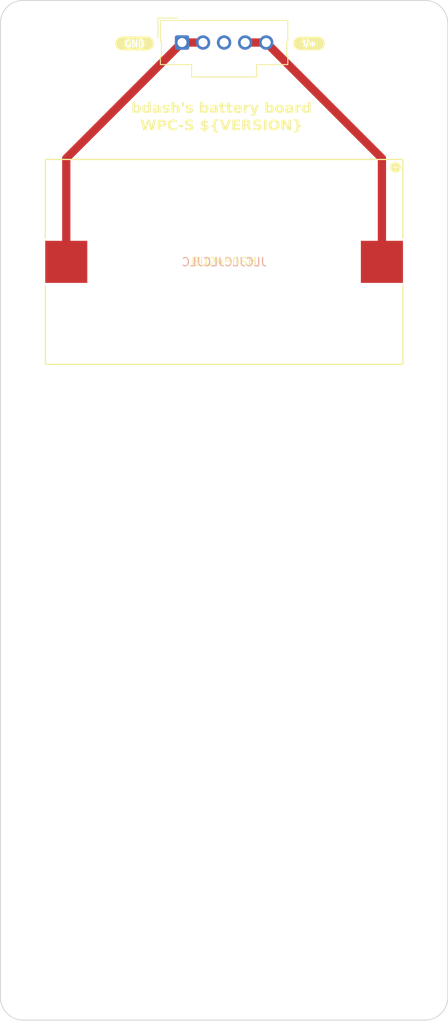
<source format=kicad_pcb>
(kicad_pcb (version 20221018) (generator pcbnew)
  (layers (0 "F.Cu" signal) (31 "B.Cu" signal) (34 "B.Paste" user) (35 "F.Paste" user) (36 "B.SilkS" user "B.Silkscreen") (37 "F.SilkS" user "F.Silkscreen") (38 "B.Mask" user) (39 "F.Mask" user) (44 "Edge.Cuts" user))
  (net 0 "")
  (net 2 "/V+")
  (net 3 "/GND")
  (footprint "MountingHole_bdash:MountingHole_4.8mm" (layer "F.Cu") (at 96.5 44.58)
    (fp_text reference "H101" hide)
    (fp_text value "MountingHole" hide)
    (pad "" np_thru_hole circle (at 0 0) (size 4.8 4.8) (drill 4.8) (layers "F&B.Cu" "*.Mask"))
  )
  (footprint "Battery_bdash:BU2450SM-JJ-GTR_MPD" (layer "F.Cu") (at 118.35 70.97 180)
    (fp_text reference "BT101" hide)
    (fp_text value "BU2450SM" (at 0 0.0049 unlocked) (layer "F.SilkS"))
    (fp_line (start -21.5773 -12.3571) (end -21.5773 -2.86784) (stroke (width 0.1524)) (layer "F.SilkS"))
    (fp_line (start -21.5773 2.87764) (end -21.5773 12.3571) (stroke (width 0.1524)) (layer "F.SilkS"))
    (fp_line (start -21.5773 12.3571) (end 21.5773 12.3571) (stroke (width 0.1524)) (layer "F.SilkS"))
    (fp_line (start 21.5773 -12.3571) (end -21.5773 -12.3571) (stroke (width 0.1524)) (layer "F.SilkS"))
    (fp_line (start 21.5773 -2.86784) (end 21.5773 -12.3571) (stroke (width 0.1524)) (layer "F.SilkS"))
    (fp_line (start 21.5773 12.3571) (end 21.5773 2.87764) (stroke (width 0.1524)) (layer "F.SilkS"))
    (fp_circle (center -20.68 11.39) (end -20.299 11.39) (stroke (width 0.508)) (fill none) (layer "F.SilkS"))
    (pad "1" smd rect (at -19.05 0.0049 180) (size 5.08 5.08) (layers "F.Cu" "F.Paste" "F.Mask") (net 2 "/V+"))
    (pad "2" smd rect (at 19.05 0.0049 180) (size 5.08 5.08) (layers "F.Cu" "F.Paste" "F.Mask") (net 3 "/GND"))
  )
  (footprint "MountingHole_bdash:MountingHole_4.8mm" (layer "F.Cu") (at 140.3 157.88)
    (fp_text reference "H104" hide)
    (fp_text value "MountingHole" hide)
    (pad "" np_thru_hole circle (at 0 0) (size 4.8 4.8) (drill 4.8) (layers "F&B.Cu" "*.Mask"))
  )
  (footprint "kibuzzard-65B0A4FA" (layer "F.Cu") (at 128.6 44.62)
    (fp_text reference "kibuzzard-65B0A4FA" hide)
    (fp_text value "G***" hide)
    (fp_poly (pts (xy -0.751681 -0.82206) (xy -1.08241 -0.82206) (xy -1.162986 -0.818102) (xy -1.242786 -0.806265) (xy -1.321042 -0.786663) (xy -1.396999 -0.759485) (xy -1.469927 -0.724993) (xy -1.539123 -0.683518) (xy -1.60392 -0.635461) (xy -1.663695 -0.581284) (xy -1.717872 -0.52151) (xy -1.765929 -0.456712) (xy -1.807403 -0.387517) (xy -1.841895 -0.314589) (xy -1.869073 -0.238632) (xy -1.888675 -0.160376) (xy -1.900512 -0.080576) (xy -1.904471 0) (xy -1.900512 0.080576) (xy -1.888675 0.160376) (xy -1.869073 0.238632) (xy -1.841895 0.314589) (xy -1.807403 0.387517) (xy -1.765929 0.456712) (xy -1.717872 0.52151) (xy -1.663695 0.581284) (xy -1.60392 0.635461) (xy -1.539123 0.683518) (xy -1.469927 0.724993) (xy -1.396999 0.759485) (xy -1.321042 0.786663) (xy -1.242786 0.806265) (xy -1.162986 0.818102) (xy -1.08241 0.82206) (xy -0.751681 0.82206) (xy -0.477044 0.82206) (xy -0.477044 0.491331) (xy -0.516334 0.37465) (xy -0.558006 0.243681) (xy -0.586052 0.151694) (xy -0.61304 0.059884) (xy -0.638969 -0.03175) (xy -0.663487 -0.12162) (xy -0.686241 -0.208139) (xy -0.707231 -0.291306) (xy -0.733425 -0.402431) (xy -0.751681 -0.491331) (xy -0.545306 -0.491331) (xy -0.5334 -0.40898) (xy -0.516731 -0.314325) (xy -0.496689 -0.211931) (xy -0.474662 -0.106362) (xy -0.45085 0) (xy -0.42545 0.104775) (xy -0.399455 0.203398) (xy -0.373856 0.291306) (xy -0.348456 0.204589) (xy -0.323056 0.106363) (xy -0.29845 0.001588) (xy -0.275431 -0.104775) (xy -0.254 -0.210542) (xy -0.234156 -0.313531) (xy -0.216694 -0.408781) (xy -0.202406 -0.491331) (xy 0.002381 -0.491331) (xy -0.018852 -0.390525) (xy -0.04445 -0.278606) (xy -0.074216 -0.158155) (xy -0.10795 -0.03175) (xy -0.132556 0.055033) (xy -0.15875 0.142875) (xy -0.186531 0.231775) (xy -0.215459 0.320234) (xy -0.245092 0.406753) (xy -0.275431 0.491331) (xy -0.477044 0.491331) (xy -0.477044 0.82206) (xy 0.502444 0.82206) (xy 0.502444 0.431006) (xy 0.334169 0.431006) (xy 0.334169 0.154781) (xy 0.084931 0.154781) (xy 0.084931 -0.005556) (xy 0.334169 -0.005556) (xy 0.334169 -0.281781) (xy 0.502444 -0.281781) (xy 0.502444 -0.005556) (xy 0.751681 -0.005556) (xy 0.751681 0.154781) (xy 0.502444 0.154781) (xy 0.502444 0.431006) (xy 0.502444 0.82206) (xy 0.751681 0.82206) (xy 1.08241 0.82206) (xy 1.162986 0.818102) (xy 1.242786 0.806265) (xy 1.321042 0.786663) (xy 1.396999 0.759485) (xy 1.469927 0.724993) (xy 1.539123 0.683518) (xy 1.60392 0.635461) (xy 1.663695 0.581284) (xy 1.717872 0.52151) (xy 1.765929 0.456712) (xy 1.807403 0.387517) (xy 1.841895 0.314589) (xy 1.869073 0.238632) (xy 1.888675 0.160376) (xy 1.900512 0.080576) (xy 1.904471 0) (xy 1.900512 -0.080576) (xy 1.888675 -0.160376) (xy 1.869073 -0.238632) (xy 1.841895 -0.314589) (xy 1.807403 -0.387517) (xy 1.765929 -0.456712) (xy 1.717872 -0.52151) (xy 1.663695 -0.581284) (xy 1.60392 -0.635461) (xy 1.539123 -0.683518) (xy 1.469927 -0.724993) (xy 1.396999 -0.759485) (xy 1.321042 -0.786663) (xy 1.242786 -0.806265) (xy 1.162986 -0.818102) (xy 1.08241 -0.82206) (xy 0.751681 -0.82206) (xy -0.751681 -0.82206)) (fill solid) (layer "F.SilkS"))
  )
  (footprint "kibuzzard-65B0A4DC" (layer "F.Cu") (at 107.55 44.62)
    (fp_text reference "kibuzzard-65B0A4DC" hide)
    (fp_text value "G***" hide)
    (fp_poly (pts (xy 0.677863 0.333375) (xy 0.695325 0.334962) (xy 0.712788 0.334962) (xy 0.824706 0.309562) (xy 0.897731 0.239712) (xy 0.937419 0.134144) (xy 0.946348 0.070048) (xy 0.949325 0) (xy 0.9398 -0.123825) (xy 0.906463 -0.230188) (xy 0.841375 -0.304006) (xy 0.735013 -0.331788) (xy 0.706438 -0.330994) (xy 0.677863 -0.327025) (xy 0.677863 0.333375)) (fill solid) (layer "F.SilkS"))
    (fp_poly (pts (xy -1.147762 -0.843492) (xy -1.478492 -0.843492) (xy -1.561168 -0.83943) (xy -1.643049 -0.827284) (xy -1.723344 -0.807171) (xy -1.801282 -0.779285) (xy -1.876111 -0.743893) (xy -1.947111 -0.701338) (xy -2.013597 -0.652028) (xy -2.07493 -0.596439) (xy -2.13052 -0.535105) (xy -2.179829 -0.468619) (xy -2.222385 -0.397619) (xy -2.257776 -0.32279) (xy -2.285663 -0.244853) (xy -2.305776 -0.164557) (xy -2.317922 -0.082677) (xy -2.321983 0) (xy -2.317922 0.082677) (xy -2.305776 0.164557) (xy -2.285663 0.244853) (xy -2.257776 0.32279) (xy -2.222385 0.397619) (xy -2.179829 0.468619) (xy -2.13052 0.535105) (xy -2.07493 0.596439) (xy -2.013597 0.652028) (xy -1.947111 0.701338) (xy -1.876111 0.743893) (xy -1.801282 0.779285) (xy -1.723344 0.807171) (xy -1.643049 0.827284) (xy -1.561168 0.83943) (xy -1.478492 0.843492) (xy -1.147762 0.843492) (xy -0.746125 0.843492) (xy -0.746125 0.512762) (xy -0.833636 0.504627) (xy -0.912019 0.480219) (xy -0.98048 0.439737) (xy -1.038225 0.383381) (xy -1.084659 0.31115) (xy -1.119187 0.223044) (xy -1.140619 0.119261) (xy -1.147762 0) (xy -1.139428 -0.11807) (xy -1.114425 -0.221456) (xy -1.075134 -0.309761) (xy -1.023937 -0.382588) (xy -0.961628 -0.439539) (xy -0.889 -0.480219) (xy -0.808434 -0.504627) (xy -0.722312 -0.512763) (xy -0.619919 -0.504031) (xy -0.541337 -0.484188) (xy -0.486569 -0.460375) (xy -0.454025 -0.441325) (xy -0.504825 -0.28575) (xy -0.59055 -0.325438) (xy -0.695325 -0.3429) (xy -0.8128 -0.3175) (xy -0.891381 -0.246856) (xy -0.935831 -0.138906) (xy -0.945952 -0.072827) (xy -0.949325 0) (xy -0.943151 0.107156) (xy -0.924631 0.193675) (xy -0.893762 0.259556) (xy -0.825103 0.322064) (xy -0.73025 0.3429) (xy -0.69215 0.341312) (xy -0.65405 0.33655) (xy -0.65405 -0.022225) (xy -0.458787 -0.022225) (xy -0.458787 0.468312) (xy -0.567531 0.496887) (xy -0.649089 0.508794) (xy -0.746125 0.512762) (xy -0.746125 0.843492) (xy 0.166688 0.843492) (xy 0.166688 0.492125) (xy 0.120915 0.383205) (xy 0.072496 0.274461) (xy 0.021431 0.165894) (xy -0.032279 0.057326) (xy -0.088635 -0.051417) (xy -0.147637 -0.160338) (xy -0.147637 0.492125) (xy -0.32385 0.492125) (xy -0.32385 -0.490538) (xy -0.166687 -0.490538) (xy -0.122237 -0.417711) (xy -0.077787 -0.338931) (xy -0.033933 -0.257373) (xy 0.008731 -0.176213) (xy 0.049213 -0.096441) (xy 0.086519 -0.01905) (xy 0.119658 0.052387) (xy 0.147638 0.1143) (xy 0.147638 -0.490538) (xy 0.32385 -0.490538) (xy 0.32385 0.492125) (xy 0.166688 0.492125) (xy 0.166688 0.843492) (xy 0.69215 0.843492) (xy 0.69215 0.504825) (xy 0.589756 0.499269) (xy 0.4826 0.481012) (xy 0.4826 -0.477838) (xy 0.608013 -0.496888) (xy 0.71755 -0.50165) (xy 0.81022 -0.494506) (xy 0.894556 -0.473075) (xy 0.968573 -0.436364) (xy 1.030288 -0.383381) (xy 1.079698 -0.313928) (xy 1.116806 -0.227806) (xy 1.140023 -0.123627) (xy 1.147763 0) (xy 1.13923 0.126405) (xy 1.113631 0.232569) (xy 1.072952 0.319683) (xy 1.019175 0.388937) (xy 0.953095 0.441127) (xy 0.875506 0.477044) (xy 0.787995 0.49788) (xy 0.69215 0.504825) (xy 0.69215 0.843492) (xy 1.147763 0.843492) (xy 1.478492 0.843492) (xy 1.561168 0.83943) (xy 1.643049 0.827284) (xy 1.723344 0.807171) (xy 1.801282 0.779285) (xy 1.876111 0.743893) (xy 1.947111 0.701338) (xy 2.013597 0.652028) (xy 2.07493 0.596439) (xy 2.13052 0.535105) (xy 2.179829 0.468619) (xy 2.222385 0.397619) (xy 2.257776 0.32279) (xy 2.285663 0.244853) (xy 2.305776 0.164557) (xy 2.317922 0.082677) (xy 2.321983 0) (xy 2.317922 -0.082677) (xy 2.305776 -0.164557) (xy 2.285663 -0.244853) (xy 2.257776 -0.32279) (xy 2.222385 -0.397619) (xy 2.179829 -0.468619) (xy 2.13052 -0.535105) (xy 2.07493 -0.596439) (xy 2.013597 -0.652028) (xy 1.947111 -0.701338) (xy 1.876111 -0.743893) (xy 1.801282 -0.779285) (xy 1.723344 -0.807171) (xy 1.643049 -0.827284) (xy 1.561168 -0.83943) (xy 1.478492 -0.843492) (xy 1.147763 -0.843492) (xy -1.147762 -0.843492)) (fill solid) (layer "F.SilkS"))
  )
  (footprint "MountingHole_bdash:MountingHole_4.8mm" (layer "F.Cu") (at 140.3 44.58)
    (fp_text reference "H102" hide)
    (fp_text value "MountingHole" hide)
    (pad "" np_thru_hole circle (at 0 0) (size 4.8 4.8) (drill 4.8) (layers "F&B.Cu" "*.Mask"))
  )
  (footprint "Connector_Molex_bdash:Molex_SL_171971-0005_1x05_P2.54mm_Vertical" (layer "F.Cu") (at 113.27 44.51)
    (fp_text reference "J101" hide)
    (fp_text value "Conn_01x05")
    (fp_line (start -2.91 -2.96) (end -0.5 -2.96) (stroke (width 0.12)) (layer "F.SilkS"))
    (fp_line (start -2.91 -0.55) (end -2.91 -2.96) (stroke (width 0.12)) (layer "F.SilkS"))
    (fp_line (start -2.61 -2.66) (end -2.61 -0.13) (stroke (width 0.12)) (layer "F.SilkS"))
    (fp_line (start -2.61 -0.13) (end -2.48 -0.13) (stroke (width 0.12)) (layer "F.SilkS"))
    (fp_line (start -2.61 1.68) (end -2.61 2.66) (stroke (width 0.12)) (layer "F.SilkS"))
    (fp_line (start -2.61 2.66) (end 1.16 2.66) (stroke (width 0.12)) (layer "F.SilkS"))
    (fp_line (start -2.48 -0.13) (end -2.48 1.68) (stroke (width 0.12)) (layer "F.SilkS"))
    (fp_line (start -2.48 1.68) (end -2.61 1.68) (stroke (width 0.12)) (layer "F.SilkS"))
    (fp_line (start 1.16 2.66) (end 1.16 4.16) (stroke (width 0.12)) (layer "F.SilkS"))
    (fp_line (start 1.16 4.16) (end 9 4.16) (stroke (width 0.12)) (layer "F.SilkS"))
    (fp_line (start 9 2.66) (end 12.77 2.66) (stroke (width 0.12)) (layer "F.SilkS"))
    (fp_line (start 9 4.16) (end 9 2.66) (stroke (width 0.12)) (layer "F.SilkS"))
    (fp_line (start 12.64 -0.13) (end 12.77 -0.13) (stroke (width 0.12)) (layer "F.SilkS"))
    (fp_line (start 12.64 1.68) (end 12.64 -0.13) (stroke (width 0.12)) (layer "F.SilkS"))
    (fp_line (start 12.77 -2.66) (end -2.61 -2.66) (stroke (width 0.12)) (layer "F.SilkS"))
    (fp_line (start 12.77 -0.13) (end 12.77 -2.66) (stroke (width 0.12)) (layer "F.SilkS"))
    (fp_line (start 12.77 1.68) (end 12.64 1.68) (stroke (width 0.12)) (layer "F.SilkS"))
    (fp_line (start 12.77 2.66) (end 12.77 1.68) (stroke (width 0.12)) (layer "F.SilkS"))
    (pad "1" thru_hole roundrect (at 0 0) (size 1.74 1.74) (drill 1.09) (layers "*.Cu" "*.Mask") (roundrect_rratio 0.143678) (net 3 "/GND"))
    (pad "2" thru_hole circle (at 2.54 0) (size 1.74 1.74) (drill 1.09) (layers "*.Cu" "*.Mask") (net 3 "/GND"))
    (pad "3" thru_hole circle (at 5.08 0) (size 1.74 1.74) (drill 1.09) (layers "*.Cu" "*.Mask"))
    (pad "4" thru_hole circle (at 7.62 0) (size 1.74 1.74) (drill 1.09) (layers "*.Cu" "*.Mask") (net 2 "/V+"))
    (pad "5" thru_hole circle (at 10.16 0) (size 1.74 1.74) (drill 1.09) (layers "*.Cu" "*.Mask") (net 2 "/V+"))
  )
  (footprint "MountingHole_bdash:MountingHole_4.8mm" (layer "F.Cu") (at 96.5 157.88)
    (fp_text reference "H103" hide)
    (fp_text value "MountingHole" hide)
    (pad "" np_thru_hole circle (at 0 0) (size 4.8 4.8) (drill 4.8) (layers "F&B.Cu" "*.Mask"))
  )
  (gr_arc (start 91.35 42.18) (mid 92.155456 40.235456) (end 94.1 39.43) (stroke (width 0.1)) (layer "Edge.Cuts"))
  (gr_arc (start 94.1 162.43) (mid 92.155456 161.624544) (end 91.35 159.68) (stroke (width 0.1)) (layer "Edge.Cuts"))
  (gr_line (start 142.6 162.43) (end 94.1 162.43) (stroke (width 0.1)) (layer "Edge.Cuts"))
  (gr_line (start 145.35 42.18) (end 145.35 159.68) (stroke (width 0.1)) (layer "Edge.Cuts"))
  (gr_arc (start 145.35 159.68) (mid 144.544544 161.624544) (end 142.6 162.43) (stroke (width 0.1)) (layer "Edge.Cuts"))
  (gr_arc (start 142.6 39.43) (mid 144.544544 40.235456) (end 145.35 42.18) (stroke (width 0.1)) (layer "Edge.Cuts"))
  (gr_line (start 94.1 39.43) (end 142.6 39.43) (stroke (width 0.1)) (layer "Edge.Cuts"))
  (gr_line (start 91.35 159.68) (end 91.35 42.18) (stroke (width 0.1)) (layer "Edge.Cuts"))
  (gr_text "JLCJLCJLCJLC" (at 123.617858 71.57175) (layer "B.SilkS") (effects (font (size 1 1)) (justify left bottom mirror)))
  (gr_text "bdash's battery board\nWPC-S ${VERSION}" (at 118.04 55.3) (layer "F.SilkS") (effects (font (size 1.25 1.25) (thickness 0.2) bold) (justify bottom)))
  (segment (start 137.4 58.48) (end 123.43 44.51) (width 1) (layer "F.Cu") (net 2))
  (segment (start 123.43 44.51) (end 120.89 44.51) (width 1) (layer "F.Cu") (net 2))
  (segment (start 137.4 72.84) (end 137.4 58.48) (width 1) (layer "F.Cu") (net 2))
  (segment (start 99.3 58.48) (end 113.27 44.51) (width 1) (layer "F.Cu") (net 3))
  (segment (start 113.27 44.51) (end 115.81 44.51) (width 1) (layer "F.Cu") (net 3))
  (segment (start 99.3 72.84) (end 99.3 58.48) (width 1) (layer "F.Cu") (net 3))
)
</source>
